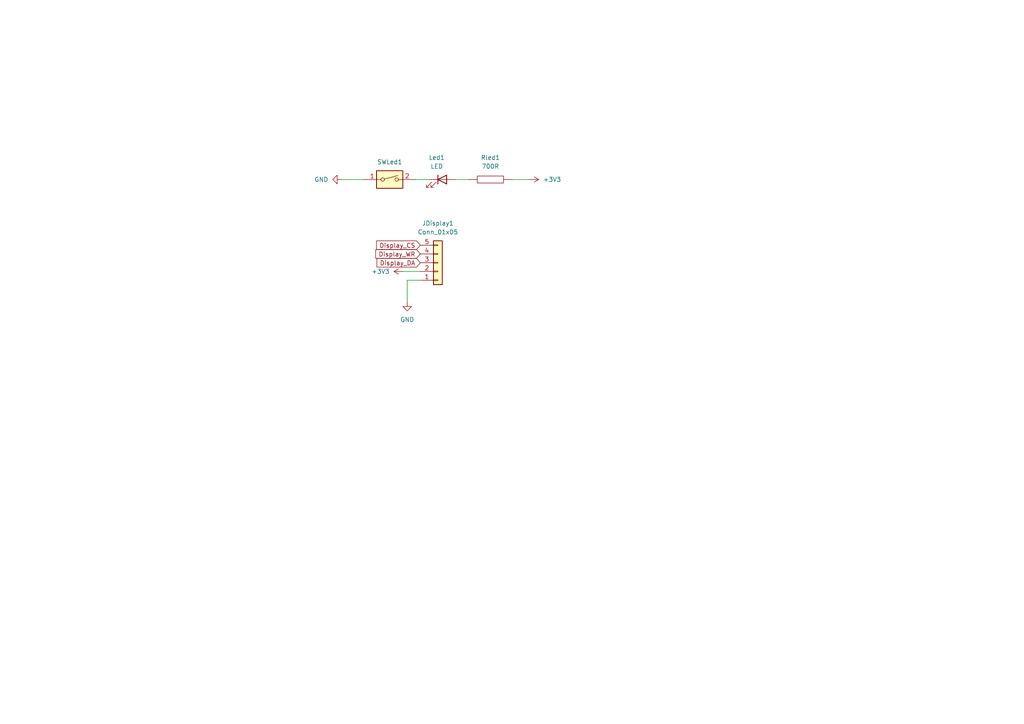
<source format=kicad_sch>
(kicad_sch (version 20211123) (generator eeschema)
  (paper "A4")
  (lib_symbols
    (symbol "Connector_Generic:Conn_01x05" (pin_names (offset 1.016) hide)
      (property "Reference" "J" (at 0 7.62 0))
      (property "Value" "Conn_01x05" (at 0 -7.62 0))
      (symbol "Conn_01x05_1_1"
        (rectangle (start -1.27 -4.953) (end 0 -5.207) (stroke (width 0.1524)))
        (rectangle (start -1.27 -2.413) (end 0 -2.667) (stroke (width 0.1524)))
        (rectangle (start -1.27 0.127) (end 0 -0.127) (stroke (width 0.1524)))
        (rectangle (start -1.27 2.667) (end 0 2.413) (stroke (width 0.1524)))
        (rectangle (start -1.27 5.207) (end 0 4.953) (stroke (width 0.1524)))
        (rectangle (start -1.27 6.35) (end 1.27 -6.35) (stroke (width 0.254)) (fill (type background)))
        (pin passive line (at -5.08 5.08 0) (length 3.81) (name "Pin_1") (number "1"))
        (pin passive line (at -5.08 2.54 0) (length 3.81) (name "Pin_2") (number "2"))
        (pin passive line (at -5.08 0 0) (length 3.81) (name "Pin_3") (number "3"))
        (pin passive line (at -5.08 -2.54 0) (length 3.81) (name "Pin_4") (number "4"))
        (pin passive line (at -5.08 -5.08 0) (length 3.81) (name "Pin_5") (number "5"))
      )
    )
    (symbol "Device:LED" (pin_numbers hide) (pin_names (offset 1.016) hide)
      (property "Reference" "D" (at 0 2.54 0))
      (property "Value" "LED" (at 0 -2.54 0))
      (symbol "LED_0_1"
        (polyline (pts (xy -1.27 -1.27) (xy -1.27 1.27)) (stroke (width 0.254)))
        (polyline (pts (xy -1.27 0) (xy 1.27 0)))
        (polyline (pts (xy 1.27 -1.27) (xy 1.27 1.27) (xy -1.27 0) (xy 1.27 -1.27)) (stroke (width 0.254)))
        (polyline (pts (xy -3.048 -0.762) (xy -4.572 -2.286) (xy -3.81 -2.286) (xy -4.572 -2.286) (xy -4.572 -1.524)))
        (polyline (pts (xy -1.778 -0.762) (xy -3.302 -2.286) (xy -2.54 -2.286) (xy -3.302 -2.286) (xy -3.302 -1.524)))
      )
      (symbol "LED_1_1"
        (pin passive line (at -3.81 0 0) (length 2.54) (name "K") (number "1"))
        (pin passive line (at 3.81 0 180) (length 2.54) (name "A") (number "2"))
      )
    )
    (symbol "Switch:SW_DIP_x01" (pin_names (offset 0) hide)
      (property "Reference" "SW" (at 0 3.81 0))
      (property "Value" "SW_DIP_x01" (at 0 -3.81 0))
      (symbol "SW_DIP_x01_0_0"
        (circle (center -2.032 0) (radius 0.508))
        (polyline (pts (xy -1.524 0.127) (xy 2.3622 1.1684)))
        (circle (center 2.032 0) (radius 0.508))
      )
      (symbol "SW_DIP_x01_0_1"
        (rectangle (start -3.81 2.54) (end 3.81 -2.54) (stroke (width 0.254)) (fill (type background)))
      )
      (symbol "SW_DIP_x01_1_1"
        (pin passive line (at -7.62 0 0) (length 5.08) (name "~") (number "1"))
        (pin passive line (at 7.62 0 180) (length 5.08) (name "~") (number "2"))
      )
    )
    (symbol "power:+3V3" (power) (pin_names (offset 0))
      (property "Value" "+3V3" (at 0 3.556 0))
      (symbol "+3V3_0_1"
        (polyline (pts (xy -0.762 1.27) (xy 0 2.54)))
        (polyline (pts (xy 0 0) (xy 0 2.54)))
        (polyline (pts (xy 0 2.54) (xy 0.762 1.27)))
      )
      (symbol "+3V3_1_1"
        (pin power_in line (at 0 0 90) (length 0) hide (name "+3V3") (number "1"))
      )
    )
    (symbol "power:GND" (power) (pin_names (offset 0))
      (property "Value" "GND" (at 0 -3.81 0))
      (symbol "GND_0_1"
        (polyline (pts (xy 0 0) (xy 0 -1.27) (xy 1.27 -1.27) (xy 0 -2.54) (xy -1.27 -1.27) (xy 0 -1.27)))
      )
      (symbol "GND_1_1"
        (pin power_in line (at 0 0 270) (length 0) hide (name "GND") (number "1"))
      )
    )
    (symbol "pspice:R" (pin_numbers hide) (pin_names (offset 0))
      (property "Reference" "R" (at 2.032 0 90))
      (property "Value" "R" (at 0 0 90))
      (symbol "R_0_1"
        (rectangle (start -1.016 3.81) (end 1.016 -3.81))
      )
      (symbol "R_1_1"
        (pin passive line (at 0 6.35 270) (length 2.54) (name "~") (number "1"))
        (pin passive line (at 0 -6.35 90) (length 2.54) (name "~") (number "2"))
      )
    )
  )
  (wire (pts (xy 120.65 52.07) (xy 124.46 52.07)))
  (wire (pts (xy 148.59 52.07) (xy 153.67 52.07)))
  (wire (pts (xy 116.84 78.74) (xy 121.92 78.74)))
  (wire (pts (xy 118.11 87.63) (xy 118.11 81.28)))
  (wire (pts (xy 99.06 52.07) (xy 105.41 52.07)))
  (wire (pts (xy 118.11 81.28) (xy 121.92 81.28)))
  (wire (pts (xy 132.08 52.07) (xy 135.89 52.07)))
  (global_label "Display_CS" (shape input) (at 121.92 71.12 180) (property "Riferimenti inter-foglio" "${INTERSHEET_REFS}" (effects hide)))
  (global_label "Display_WR" (shape input) (at 121.92 73.66 180) (property "Riferimenti inter-foglio" "${INTERSHEET_REFS}" (effects hide)))
  (global_label "Display_DA" (shape input) (at 121.92 76.2 180) (property "Riferimenti inter-foglio" "${INTERSHEET_REFS}" (effects hide)))
  (symbol (lib_id "pspice:R") (at 142.24 52.07 90) (unit 1)
    (property "Reference" "Rled1" (at 142.24 45.72 90))
    (property "Value" "700R" (at 142.24 48.26 90))
    (property "Footprint" "Resistor_SMD:R_0603_1608Metric" (effects hide))
  )
  (symbol (lib_id "Device:LED") (at 128.27 52.07 0) (unit 1)
    (property "Reference" "Led1" (at 126.6825 45.72 0))
    (property "Value" "LED" (at 126.6825 48.26 0))
    (property "Footprint" "LED_THT:LED_D3.0mm" (effects hide))
  )
  (symbol (lib_id "power:GND") (at 118.11 87.63 0) (unit 1)
    (property "Reference" "#PWR02" (effects hide))
    (property "Value" "GND" (at 118.11 92.71 0))
  )
  (symbol (lib_id "power:+3V3") (at 153.67 52.07 270) (unit 1)
    (property "Reference" "#PWR0102" (effects hide))
    (property "Value" "+3V3" (at 157.48 52.0699 90) (effects (justify left)))
  )
  (symbol (lib_id "Switch:SW_DIP_x01") (at 113.03 52.07 0) (unit 1)
    (property "Reference" "SWLed1" (at 113.03 46.99 0))
    (property "Value" "SW_Reset" (effects hide))
    (property "Footprint" "Button_Switch_SMD:SW_SPST_Omron_B3FS-101xP" (effects hide))
  )
  (symbol (lib_id "power:GND") (at 99.06 52.07 270) (unit 1)
    (property "Reference" "#PWR0101" (effects hide))
    (property "Value" "GND" (at 95.25 52.0699 90) (effects (justify right)))
  )
  (symbol (lib_id "Connector_Generic:Conn_01x05") (at 127 76.2 0) (mirror x) (unit 1)
    (property "Reference" "JDisplay1" (at 127 64.77 0))
    (property "Value" "Conn_01x05" (at 127 67.31 0))
  )
  (symbol (lib_id "power:+3V3") (at 116.84 78.74 90) (unit 1)
    (property "Reference" "#PWR01" (effects hide))
    (property "Value" "+3V3" (at 113.03 78.7399 90) (effects (justify left)))
  )
)
</source>
